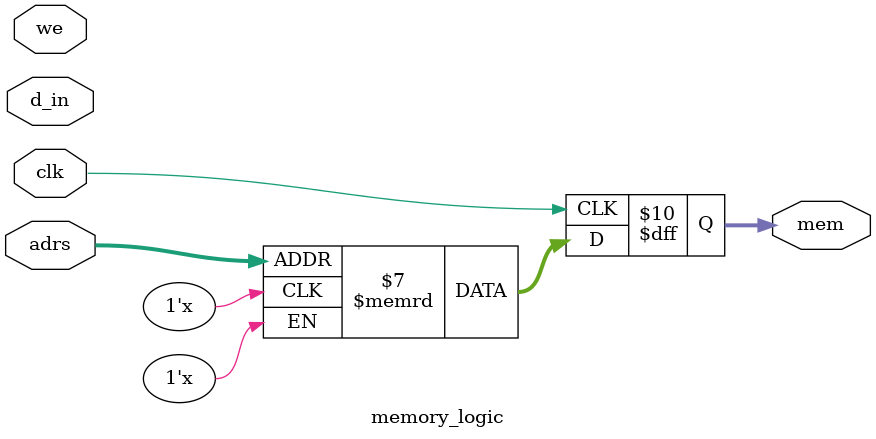
<source format=v>
module memory_logic(clk, we, adrs, d_in, mem);

  parameter
  ADDR_WIDTH = 2, WORD_DEPTH = 4, WORD_WIDTH = 8;
  
  input        clk;
  input        we;
  input        [ADDR_WIDTH - 1 : 0] adrs;
  input        [ADDR_WIDTH - 1 : 0] d_in;
  output reg   [WORD_WIDTH - 1 : 0] mem;

  reg [WORD_WIDTH - 1 : 0] memory [0 : WORD_DEPTH - 1];

  always @ (posedge clk) begin
    if(!we)
      memorry[adrs] <= d_in;
  end

  always @ (posedge clk) begin
    #1 mem <= memory[adrs];
  end
endmodule

</source>
